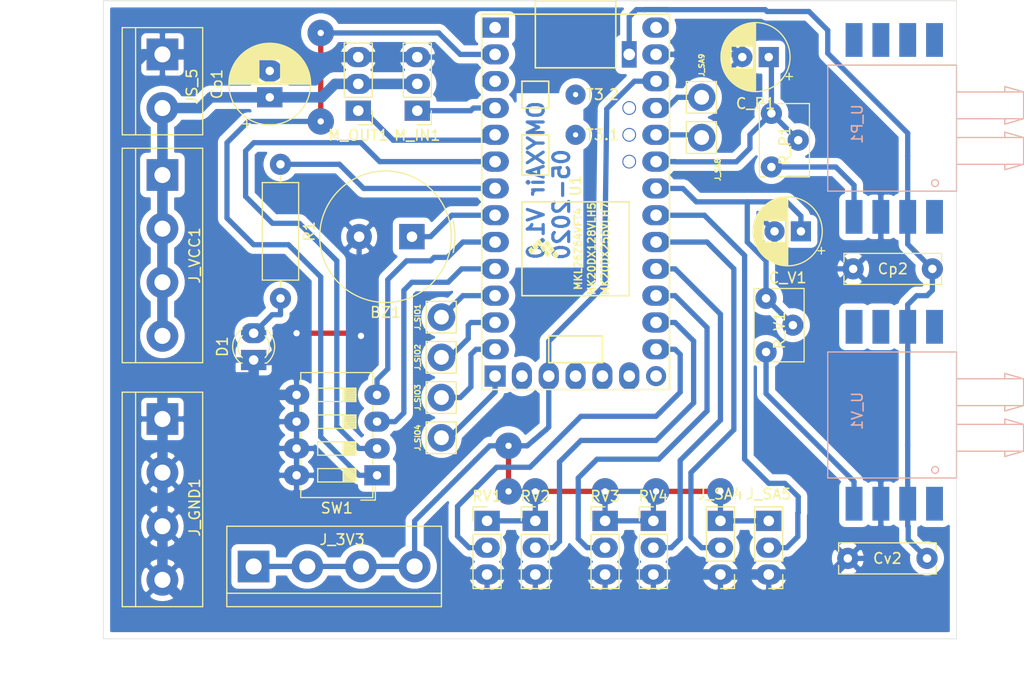
<source format=kicad_pcb>
(kicad_pcb (version 20171130) (host pcbnew 5.1.5)
  (layers (0 F.Cu signal) (31 B.Cu signal) (34 B.Paste user) (35 F.Paste user) (36 B.SilkS user) (37 F.SilkS user) (38 B.Mask user) (39 F.Mask user) (44 Edge.Cuts user))
  (net 0 "")
  (net 1 "Net-(BZ1-Pad1)")
  (net 2 GNDPWR)
  (net 3 /A7_Pression)
  (net 4 /A6_Venturi)
  (net 5 VCC)
  (net 6 +5V)
  (net 7 "Net-(D1-Pad2)")
  (net 8 +3V3)
  (net 9 /SA4)
  (net 10 /SA5)
  (net 11 /SA8)
  (net 12 /SA9)
  (net 13 /SIO1)
  (net 14 /SIO2)
  (net 15 /SIO3)
  (net 16 /SIO4)
  (net 17 /Servo_Valve_In)
  (net 18 /Servo_Valve_Out)
  (net 19 "Net-(R1-Pad1)")
  (net 20 "Net-(R_P1-Pad3)")
  (net 21 "Net-(R_V1-Pad3)")
  (net 22 /A0_Cy)
  (net 23 /A1_IE)
  (net 24 /A2_Pinsp)
  (net 25 /A3_PExp)
  (net 26 /Calib_8)
  (net 27 /Maint_7)
  (net 28 /IO1)
  (net 29 /IO6)
  (module TerminalBlock:TerminalBlock_bornier-4_P5.08mm (layer F.Cu) (at 87.884 108.204 270)
    (fp_text reference J_GND1 (at 8.382 -3.048 90) (layer F.SilkS))
    (fp_text value Conn_01x04 hide)
    (pad 4 thru_hole circle (at 15.24 0 270) (size 3 3) (drill 1.52) (layers *.Cu *.Mask) (net 2 GNDPWR))
    (pad 1 thru_hole rect (at 0 0 270) (size 3 3) (drill 1.52) (layers *.Cu *.Mask) (net 2 GNDPWR))
    (pad 3 thru_hole circle (at 10.16 0 270) (size 3 3) (drill 1.52) (layers *.Cu *.Mask) (net 2 GNDPWR))
    (pad 2 thru_hole circle (at 5.08 0 270) (size 3 3) (drill 1.52) (layers *.Cu *.Mask) (net 2 GNDPWR))
  )
  (module Connector_PinHeader_2.54mm:PinHeader_1x03_P2.54mm_Vertical (layer F.Cu) (at 118.618 117.856)
    (fp_text reference RV1 (at 0 -2.33) (layer F.SilkS))
    (fp_text value 10k)
    (pad 3 thru_hole oval (at 0 5.08) (size 2.4 1.9) (drill 1) (layers *.Cu *.Mask) (net 2 GNDPWR))
    (pad 2 thru_hole oval (at 0 2.54) (size 2.4 1.9) (drill 1) (layers *.Cu *.Mask) (net 22 /A0_Cy))
    (pad 1 thru_hole rect (at 0 0) (size 2.4 1.9) (drill 1) (layers *.Cu *.Mask) (net 8 +3V3))
  )
  (module Connector_PinHeader_2.54mm:PinHeader_1x03_P2.54mm_Vertical (layer F.Cu) (at 134.366 117.856)
    (fp_text reference RV4 (at 0 -2.33) (layer F.SilkS))
    (fp_text value 10k)
    (pad 1 thru_hole rect (at 0 0) (size 2.4 1.9) (drill 1) (layers *.Cu *.Mask) (net 8 +3V3))
    (pad 2 thru_hole oval (at 0 2.54) (size 2.4 1.9) (drill 1) (layers *.Cu *.Mask) (net 25 /A3_PExp))
    (pad 3 thru_hole oval (at 0 5.08) (size 2.4 1.9) (drill 1) (layers *.Cu *.Mask) (net 2 GNDPWR))
  )
  (module Connector_PinHeader_2.54mm:PinHeader_1x03_P2.54mm_Vertical (layer F.Cu) (at 140.716 122.936 180)
    (fp_text reference J_SA4 (at 0 7.62) (layer F.SilkS))
    (fp_text value Conn_01x03 hide)
    (pad 3 thru_hole rect (at 0 5.08 180) (size 2.4 1.9) (drill 1) (layers *.Cu *.Mask) (net 8 +3V3))
    (pad 2 thru_hole oval (at 0 2.54 180) (size 2.4 1.9) (drill 1) (layers *.Cu *.Mask) (net 9 /SA4))
    (pad 1 thru_hole oval (at 0 0 180) (size 2.4 1.9) (drill 1) (layers *.Cu *.Mask) (net 2 GNDPWR))
  )
  (module Connector_PinHeader_2.54mm:PinHeader_1x03_P2.54mm_Vertical (layer F.Cu) (at 129.794 117.856)
    (fp_text reference RV3 (at 0 -2.33) (layer F.SilkS))
    (fp_text value 10k)
    (pad 1 thru_hole rect (at 0 0) (size 2.4 1.9) (drill 1) (layers *.Cu *.Mask) (net 8 +3V3))
    (pad 2 thru_hole oval (at 0 2.54) (size 2.4 1.9) (drill 1) (layers *.Cu *.Mask) (net 24 /A2_Pinsp))
    (pad 3 thru_hole oval (at 0 5.08) (size 2.4 1.9) (drill 1) (layers *.Cu *.Mask) (net 2 GNDPWR))
  )
  (module Connector_PinHeader_2.54mm:PinHeader_1x03_P2.54mm_Vertical (layer F.Cu) (at 123.19 117.856)
    (fp_text reference RV2 (at 0 -2.33) (layer F.SilkS))
    (fp_text value 10k)
    (pad 3 thru_hole oval (at 0 5.08) (size 2.4 1.9) (drill 1) (layers *.Cu *.Mask) (net 2 GNDPWR))
    (pad 2 thru_hole oval (at 0 2.54) (size 2.4 1.9) (drill 1) (layers *.Cu *.Mask) (net 23 /A1_IE))
    (pad 1 thru_hole rect (at 0 0) (size 2.4 1.9) (drill 1) (layers *.Cu *.Mask) (net 8 +3V3))
  )
  (module Connector_PinHeader_2.54mm:PinHeader_1x03_P2.54mm_Vertical (layer F.Cu) (at 145.288 122.936 180)
    (fp_text reference J_SA5 (at 0 7.62) (layer F.SilkS))
    (fp_text value Conn_01x03 hide)
    (pad 1 thru_hole oval (at 0 0 180) (size 2.4 1.9) (drill 1) (layers *.Cu *.Mask) (net 2 GNDPWR))
    (pad 2 thru_hole oval (at 0 2.54 180) (size 2.4 1.9) (drill 1) (layers *.Cu *.Mask) (net 10 /SA5))
    (pad 3 thru_hole rect (at 0 5.08 180) (size 2.4 1.9) (drill 1) (layers *.Cu *.Mask) (net 8 +3V3))
  )
  (module Capacitor_THT:CP_Radial_D6.3mm_P2.50mm (layer F.Cu) (at 148.336 90.424 180)
    (fp_text reference C_V1 (at 1.25 -4.4) (layer F.SilkS))
    (fp_text value 10uF)
    (pad 1 thru_hole rect (at 0 0 180) (size 1.9 1.9) (drill 0.8) (layers *.Cu *.Mask) (net 4 /A6_Venturi))
    (pad 2 thru_hole circle (at 2.5 0 180) (size 1.9 1.9) (drill 0.8) (layers *.Cu *.Mask) (net 2 GNDPWR))
  )
  (module XG_PCB_Lib:MPXV_SOP (layer B.Cu) (at 163.576 83.82 90)
    (fp_text reference U_P1 (at 3.556 -9.906 270) (layer B.SilkS) (effects (justify mirror)))
    (fp_text value MPXV50xxDP)
    (pad 8 smd rect (at 11.5276 -2.5908 90) (size 3.2 1.6) (layers B.Cu B.Paste B.Mask))
    (pad 2 smd rect (at -5.2324 -5.1308 90) (size 3.2 1.6) (layers B.Cu B.Paste B.Mask) (net 6 +5V))
    (pad 7 smd rect (at 11.5276 -5.1308 90) (size 3.2 1.6) (layers B.Cu B.Paste B.Mask))
    (pad 3 smd rect (at -5.2324 -7.6708 90) (size 3.2 1.6) (layers B.Cu B.Paste B.Mask) (net 2 GNDPWR))
    (pad 6 smd rect (at 11.5276 -7.6708 90) (size 3.2 1.6) (layers B.Cu B.Paste B.Mask))
    (pad 4 smd rect (at -5.2324 -10.2108 90) (size 3.2 1.6) (layers B.Cu B.Paste B.Mask) (net 20 "Net-(R_P1-Pad3)"))
    (pad 5 smd rect (at 11.5276 -10.2108 90) (size 3.2 1.6) (layers B.Cu B.Paste B.Mask))
    (pad 1 smd rect (at -5.2324 -2.5908 90) (size 3.2 1.6) (layers B.Cu B.Paste B.Mask))
  )
  (module Capacitor_THT:CP_Radial_D6.3mm_P2.50mm (layer F.Cu) (at 145.288 73.914 180)
    (fp_text reference C_P1 (at 1.25 -4.4) (layer F.SilkS))
    (fp_text value 100uF)
    (pad 2 thru_hole circle (at 2.5 0 180) (size 1.9 1.9) (drill 0.8) (layers *.Cu *.Mask) (net 2 GNDPWR))
    (pad 1 thru_hole rect (at 0 0 180) (size 1.9 1.9) (drill 0.8) (layers *.Cu *.Mask) (net 3 /A7_Pression))
  )
  (module Capacitor_THT:C_Rect_L9.0mm_W2.7mm_P7.50mm_MKT (layer F.Cu) (at 160.274 121.412 180)
    (fp_text reference Cv2 (at 3.75 0) (layer F.SilkS))
    (fp_text value 10nF)
    (pad 1 thru_hole circle (at 0 0 180) (size 2 2) (drill 0.8) (layers *.Cu *.Mask) (net 6 +5V))
    (pad 2 thru_hole circle (at 7.5 0 180) (size 2 2) (drill 0.8) (layers *.Cu *.Mask) (net 2 GNDPWR))
  )
  (module TerminalBlock:TerminalBlock_bornier-2_P5.08mm (layer F.Cu) (at 87.884 73.66 270)
    (fp_text reference JS_5 (at 3.048 -2.794 90) (layer F.SilkS))
    (fp_text value Conn_01x02 hide)
    (pad 2 thru_hole circle (at 5.08 0 270) (size 3 3) (drill 1.52) (layers *.Cu *.Mask) (net 5 VCC))
    (pad 1 thru_hole rect (at 0 0 270) (size 3 3) (drill 1.52) (layers *.Cu *.Mask) (net 2 GNDPWR))
  )
  (module Buzzer_Beeper:Buzzer_TDK_PS1240P02BT_D12.2mm_H6.5mm (layer F.Cu) (at 111.506 90.932 180)
    (fp_text reference BZ1 (at 2.5 -7.17) (layer F.SilkS))
    (fp_text value Buzzer)
    (pad 1 thru_hole rect (at 0 0 180) (size 2.4 2.4) (drill 1) (layers *.Cu *.Mask) (net 1 "Net-(BZ1-Pad1)"))
    (pad 2 thru_hole circle (at 5 0 180) (size 2.4 2.4) (drill 1) (layers *.Cu *.Mask) (net 2 GNDPWR))
  )
  (module LED_THT:LED_D3.0mm (layer F.Cu) (at 96.52 102.616 90)
    (fp_text reference D1 (at 1.27 -2.96 90) (layer F.SilkS))
    (fp_text value LED)
    (pad 1 thru_hole rect (at 0 0 90) (size 1.9 2.4) (drill 0.9) (layers *.Cu *.Mask) (net 2 GNDPWR))
    (pad 2 thru_hole oval (at 2.54 0 90) (size 1.9 2.4) (drill 0.9) (layers *.Cu *.Mask) (net 7 "Net-(D1-Pad2)"))
  )
  (module Potentiometer_THT:Potentiometer_Bourns_3266W_Vertical (layer F.Cu) (at 145.542 79.248 90)
    (fp_text reference R_P1 (at -3.048 1.27 90) (layer F.SilkS))
    (fp_text value 1k)
    (pad 3 thru_hole circle (at -5.08 0 90) (size 2 2) (drill 0.8) (layers *.Cu *.Mask) (net 20 "Net-(R_P1-Pad3)"))
    (pad 2 thru_hole circle (at -2.54 2.54 90) (size 2 2) (drill 0.8) (layers *.Cu *.Mask) (net 3 /A7_Pression))
    (pad 1 thru_hole circle (at 0 0 90) (size 2 2) (drill 0.8) (layers *.Cu *.Mask) (net 3 /A7_Pression))
  )
  (module Teensy:Teensy30_31_32_LC (layer F.Cu) (at 127 87.63 270)
    (fp_text reference U1 (at -1.524 0 90) (layer F.SilkS))
    (fp_text value Teensy3.2)
    (fp_text user T3.2 (at -10.16 -2.54) (layer F.SilkS))
    (fp_text user T3.1 (at -6.35 -2.54) (layer F.SilkS))
    (fp_text user MK20DX256VLH7 (at 4.445 -2.794 90) (layer F.SilkS) (effects (font (size 0.7 0.7))))
    (fp_text user MKL26Z64VFT4 (at 4.445 -0.254 90) (layer F.SilkS) (effects (font (size 0.7 0.7))))
    (fp_text user MK20DX128VLH5 (at 4.445 -1.524 90) (layer F.SilkS) (effects (font (size 0.7 0.7))))
    (pad 17 thru_hole oval (at 16.51 0 270) (size 2.6 1.9) (drill 1.1) (layers *.Cu *.Mask))
    (pad 18 thru_hole oval (at 16.51 -2.54 270) (size 2.6 1.9) (drill 1.1) (layers *.Cu *.Mask))
    (pad 19 thru_hole oval (at 16.51 -5.08 270) (size 2.6 1.9) (drill 1.1) (layers *.Cu *.Mask))
    (pad 20 thru_hole circle (at 16.51 -7.62 270) (size 1.9 1.9) (drill 1.1) (layers *.Cu *.Mask))
    (pad 16 thru_hole oval (at 16.51 2.54 270) (size 2.6 1.9) (drill 1.1) (layers *.Cu *.Mask) (net 8 +3V3))
    (pad 15 thru_hole oval (at 16.51 5.08 270) (size 2.6 1.9) (drill 1.1) (layers *.Cu *.Mask))
    (pad 14 thru_hole rect (at 16.51 7.62 270) (size 2 2) (drill 1.1) (layers *.Cu *.Mask) (net 16 /SIO4))
    (pad 21 thru_hole oval (at 13.97 -7.62 270) (size 1.9 2.6) (drill 1.1) (layers *.Cu *.Mask) (net 22 /A0_Cy))
    (pad 22 thru_hole oval (at 11.43 -7.62 270) (size 1.9 2.6) (drill 1.1) (layers *.Cu *.Mask) (net 23 /A1_IE))
    (pad 23 thru_hole oval (at 8.89 -7.62 270) (size 1.9 2.6) (drill 1.1) (layers *.Cu *.Mask) (net 24 /A2_Pinsp))
    (pad 24 thru_hole oval (at 6.35 -7.62 270) (size 1.9 2.6) (drill 1.1) (layers *.Cu *.Mask) (net 25 /A3_PExp))
    (pad 25 thru_hole oval (at 3.81 -7.62 270) (size 1.9 2.6) (drill 1.1) (layers *.Cu *.Mask) (net 9 /SA4))
    (pad 26 thru_hole oval (at 1.27 -7.62 270) (size 1.9 2.6) (drill 1.1) (layers *.Cu *.Mask) (net 10 /SA5))
    (pad 27 thru_hole oval (at -1.27 -7.62 270) (size 1.9 2.6) (drill 1.1) (layers *.Cu *.Mask) (net 4 /A6_Venturi))
    (pad 28 thru_hole oval (at -3.81 -7.62 270) (size 1.9 2.6) (drill 1.1) (layers *.Cu *.Mask) (net 3 /A7_Pression))
    (pad 29 thru_hole oval (at -6.35 -7.62 270) (size 1.9 2.6) (drill 1.1) (layers *.Cu *.Mask) (net 11 /SA8))
    (pad 30 thru_hole oval (at -8.89 -7.62 270) (size 1.9 2.6) (drill 1.1) (layers *.Cu *.Mask) (net 12 /SA9))
    (pad 31 thru_hole oval (at -11.43 -7.62 270) (size 1.9 2.6) (drill 1.1) (layers *.Cu *.Mask) (net 8 +3V3))
    (pad 32 thru_hole oval (at -13.97 -7.62 270) (size 1.9 2.6) (drill 1.1) (layers *.Cu *.Mask) (net 2 GNDPWR))
    (pad 33 thru_hole oval (at -16.51 -7.62 270) (size 1.9 2.6) (drill 1.1) (layers *.Cu *.Mask))
    (pad 34 thru_hole rect (at -13.97 -5.08 270) (size 2.5 1.4) (drill 1.1) (layers *.Cu *.Mask) (net 6 +5V))
    (pad 35 thru_hole circle (at -8.89 -5.08 270) (size 1.3 1.3) (drill 1.1) (layers *.Cu *.Mask))
    (pad 36 thru_hole circle (at -6.35 -5.08 270) (size 1.3 1.3) (drill 1.1) (layers *.Cu *.Mask))
    (pad 37 thru_hole circle (at -3.81 -5.08 270) (size 1.3 1.3) (drill 1.1) (layers *.Cu *.Mask))
    (pad 13 thru_hole oval (at 13.97 7.62 270) (size 1.9 2.6) (drill 1.1) (layers *.Cu *.Mask) (net 15 /SIO3))
    (pad 12 thru_hole oval (at 11.43 7.62 270) (size 1.9 2.6) (drill 1.1) (layers *.Cu *.Mask) (net 14 /SIO2))
    (pad 11 thru_hole oval (at 8.89 7.62 270) (size 1.9 2.6) (drill 1.1) (layers *.Cu *.Mask) (net 13 /SIO1))
    (pad 10 thru_hole oval (at 6.35 7.62 270) (size 1.9 2.6) (drill 1.1) (layers *.Cu *.Mask) (net 26 /Calib_8))
    (pad 9 thru_hole oval (at 3.81 7.62 270) (size 1.9 2.6) (drill 1.1) (layers *.Cu *.Mask) (net 27 /Maint_7))
    (pad 8 thru_hole oval (at 1.27 7.62 270) (size 1.9 2.6) (drill 1.1) (layers *.Cu *.Mask) (net 1 "Net-(BZ1-Pad1)"))
    (pad 7 thru_hole oval (at -1.27 7.62 270) (size 1.9 2.6) (drill 1.1) (layers *.Cu *.Mask) (net 19 "Net-(R1-Pad1)"))
    (pad 6 thru_hole oval (at -3.81 7.62 270) (size 1.9 2.6) (drill 1.1) (layers *.Cu *.Mask) (net 29 /IO6))
    (pad 5 thru_hole oval (at -6.35 7.62 270) (size 1.9 2.6) (drill 1.1) (layers *.Cu *.Mask) (net 18 /Servo_Valve_Out))
    (pad 4 thru_hole oval (at -8.89 7.62 270) (size 1.9 2.6) (drill 1.1) (layers *.Cu *.Mask) (net 17 /Servo_Valve_In))
    (pad 3 thru_hole oval (at -11.43 7.62 270) (size 1.9 2.6) (drill 1.1) (layers *.Cu *.Mask))
    (pad 2 thru_hole oval (at -13.97 7.62 270) (size 1.9 2.6) (drill 1.1) (layers *.Cu *.Mask) (net 28 /IO1))
    (pad 1 thru_hole rect (at -16.51 7.62 270) (size 1.9 2.6) (drill 1.1) (layers *.Cu *.Mask))
    (pad 52 thru_hole circle (at -6.35 0 270) (size 1.9 1.9) (drill 0.5) (layers *.Cu *.Mask))
    (pad 52 thru_hole circle (at -10.16 0 270) (size 1.9 1.9) (drill 0.5) (layers *.Cu *.Mask))
  )
  (module XG_PCB_Lib:MPXV_SOP (layer B.Cu) (at 163.576 110.998 90)
    (fp_text reference U_V1 (at 3.556 -9.906 90) (layer B.SilkS) (effects (justify mirror)))
    (fp_text value MPXV50xxDP)
    (pad 1 smd rect (at -5.2324 -2.5908 90) (size 3.2 1.6) (layers B.Cu B.Paste B.Mask))
    (pad 5 smd rect (at 11.5276 -10.2108 90) (size 3.2 1.6) (layers B.Cu B.Paste B.Mask))
    (pad 4 smd rect (at -5.2324 -10.2108 90) (size 3.2 1.6) (layers B.Cu B.Paste B.Mask) (net 21 "Net-(R_V1-Pad3)"))
    (pad 6 smd rect (at 11.5276 -7.6708 90) (size 3.2 1.6) (layers B.Cu B.Paste B.Mask))
    (pad 3 smd rect (at -5.2324 -7.6708 90) (size 3.2 1.6) (layers B.Cu B.Paste B.Mask) (net 2 GNDPWR))
    (pad 7 smd rect (at 11.5276 -5.1308 90) (size 3.2 1.6) (layers B.Cu B.Paste B.Mask) (net 6 +5V))
    (pad 2 smd rect (at -5.2324 -5.1308 90) (size 3.2 1.6) (layers B.Cu B.Paste B.Mask) (net 6 +5V))
    (pad 8 smd rect (at 11.5276 -2.5908 90) (size 3.2 1.6) (layers B.Cu B.Paste B.Mask))
  )
  (module Capacitor_THT:CP_Radial_D7.5mm_P2.50mm (layer F.Cu) (at 98.044 77.724 90)
    (fp_text reference Co1 (at 1.25 -5 90) (layer F.SilkS))
    (fp_text value 470uF)
    (pad 1 thru_hole rect (at 0 0 90) (size 1.9 2.4) (drill 0.8) (layers *.Cu *.Mask) (net 5 VCC))
    (pad 2 thru_hole oval (at 2.5 0 90) (size 2 2.4) (drill 0.8) (layers *.Cu *.Mask) (net 2 GNDPWR))
  )
  (module TerminalBlock:TerminalBlock_bornier-4_P5.08mm (layer F.Cu) (at 96.52 122.174)
    (fp_text reference J_3V3 (at 8.382 -2.54) (layer F.SilkS))
    (fp_text value Conn_01x04 hide)
    (pad 4 thru_hole circle (at 15.24 0) (size 3 3) (drill 1.52) (layers *.Cu *.Mask) (net 8 +3V3))
    (pad 1 thru_hole rect (at 0 0) (size 3 3) (drill 1.52) (layers *.Cu *.Mask) (net 8 +3V3))
    (pad 3 thru_hole circle (at 10.16 0) (size 3 3) (drill 1.52) (layers *.Cu *.Mask) (net 8 +3V3))
    (pad 2 thru_hole circle (at 5.08 0) (size 3 3) (drill 1.52) (layers *.Cu *.Mask) (net 8 +3V3))
  )
  (module Button_Switch_THT:SW_DIP_SPSTx04_Slide_6.7x11.72mm_W7.62mm_P2.54mm_LowProfile (layer F.Cu) (at 108.204 113.538 180)
    (fp_text reference SW1 (at 3.81 -3.11) (layer F.SilkS))
    (fp_text value SW_DIP_x04)
    (pad 1 thru_hole rect (at 0 0 180) (size 2.4 1.9) (drill 0.8) (layers *.Cu *.Mask) (net 28 /IO1))
    (pad 5 thru_hole oval (at 7.62 7.62 180) (size 2.4 1.9) (drill 0.8) (layers *.Cu *.Mask) (net 2 GNDPWR))
    (pad 2 thru_hole oval (at 0 2.54 180) (size 2.4 1.9) (drill 0.8) (layers *.Cu *.Mask) (net 29 /IO6))
    (pad 6 thru_hole oval (at 7.62 5.08 180) (size 2.4 1.9) (drill 0.8) (layers *.Cu *.Mask) (net 2 GNDPWR))
    (pad 3 thru_hole oval (at 0 5.08 180) (size 2.4 1.9) (drill 0.8) (layers *.Cu *.Mask) (net 26 /Calib_8))
    (pad 7 thru_hole oval (at 7.62 2.54 180) (size 2.4 1.9) (drill 0.8) (layers *.Cu *.Mask) (net 2 GNDPWR))
    (pad 4 thru_hole oval (at 0 7.62 180) (size 2.4 1.9) (drill 0.8) (layers *.Cu *.Mask) (net 27 /Maint_7))
    (pad 8 thru_hole oval (at 7.62 0 180) (size 2.4 1.9) (drill 0.8) (layers *.Cu *.Mask) (net 2 GNDPWR))
  )
  (module Resistor_THT:R_Axial_DIN0309_L9.0mm_D3.2mm_P12.70mm_Horizontal (layer F.Cu) (at 99.06 84.074 270)
    (fp_text reference R1 (at 6.35 -2.72 90) (layer F.SilkS))
    (fp_text value 330)
    (pad 1 thru_hole circle (at 0 0 270) (size 2 2) (drill 0.8) (layers *.Cu *.Mask) (net 19 "Net-(R1-Pad1)"))
    (pad 2 thru_hole circle (at 12.7 0 270) (size 2 2) (drill 0.8) (layers *.Cu *.Mask) (net 7 "Net-(D1-Pad2)"))
  )
  (module Capacitor_THT:C_Rect_L9.0mm_W2.7mm_P7.50mm_MKT (layer F.Cu) (at 160.782 93.98 180)
    (fp_text reference Cp2 (at 3.75 0) (layer F.SilkS))
    (fp_text value 10nF)
    (pad 2 thru_hole circle (at 7.5 0 180) (size 2 2) (drill 0.8) (layers *.Cu *.Mask) (net 2 GNDPWR))
    (pad 1 thru_hole circle (at 0 0 180) (size 2 2) (drill 0.8) (layers *.Cu *.Mask) (net 6 +5V))
  )
  (module TerminalBlock:TerminalBlock_bornier-4_P5.08mm (layer F.Cu) (at 87.884 85.09 270)
    (fp_text reference J_VCC1 (at 7.62 -3.048 90) (layer F.SilkS))
    (fp_text value Conn_01x04 hide)
    (pad 2 thru_hole circle (at 5.08 0 270) (size 3 3) (drill 1.52) (layers *.Cu *.Mask) (net 5 VCC))
    (pad 3 thru_hole circle (at 10.16 0 270) (size 3 3) (drill 1.52) (layers *.Cu *.Mask) (net 5 VCC))
    (pad 1 thru_hole rect (at 0 0 270) (size 3 3) (drill 1.52) (layers *.Cu *.Mask) (net 5 VCC))
    (pad 4 thru_hole circle (at 15.24 0 270) (size 3 3) (drill 1.52) (layers *.Cu *.Mask) (net 5 VCC))
  )
  (module Potentiometer_THT:Potentiometer_Bourns_3266W_Vertical (layer F.Cu) (at 145.034 96.774 90)
    (fp_text reference R_V1 (at -3.048 1.27 90) (layer F.SilkS))
    (fp_text value 1,7k)
    (pad 1 thru_hole circle (at 0 0 90) (size 2 2) (drill 0.8) (layers *.Cu *.Mask) (net 4 /A6_Venturi))
    (pad 2 thru_hole circle (at -2.54 2.54 90) (size 2 2) (drill 0.8) (layers *.Cu *.Mask) (net 4 /A6_Venturi))
    (pad 3 thru_hole circle (at -5.08 0 90) (size 2 2) (drill 0.8) (layers *.Cu *.Mask) (net 21 "Net-(R_V1-Pad3)"))
  )
  (module Connector_PinHeader_2.54mm:PinHeader_1x03_P2.54mm_Vertical (layer F.Cu) (at 106.426 78.994 180)
    (fp_text reference M_OUT1 (at 0 -2.33) (layer F.SilkS))
    (fp_text value Motor_Servo_Futaba_J hide)
    (pad 1 thru_hole rect (at 0 0 180) (size 2.4 1.9) (drill 1) (layers *.Cu *.Mask) (net 18 /Servo_Valve_Out))
    (pad 2 thru_hole oval (at 0 2.54 180) (size 2.4 1.9) (drill 1) (layers *.Cu *.Mask) (net 5 VCC))
    (pad 3 thru_hole oval (at 0 5.08 180) (size 2.4 1.9) (drill 1) (layers *.Cu *.Mask) (net 2 GNDPWR))
  )
  (module Connector_PinHeader_2.54mm:PinHeader_1x03_P2.54mm_Vertical (layer F.Cu) (at 112.014 78.994 180)
    (fp_text reference M_IN1 (at 0 -2.33) (layer F.SilkS))
    (fp_text value Motor_Servo_Futaba_J hide)
    (pad 3 thru_hole oval (at 0 5.08 180) (size 2.4 1.9) (drill 1) (layers *.Cu *.Mask) (net 2 GNDPWR))
    (pad 2 thru_hole oval (at 0 2.54 180) (size 2.4 1.9) (drill 1) (layers *.Cu *.Mask) (net 5 VCC))
    (pad 1 thru_hole rect (at 0 0 180) (size 2.4 1.9) (drill 1) (layers *.Cu *.Mask) (net 17 /Servo_Valve_In))
  )
  (module Connector_Pin:Pin_D1.4mm_L8.5mm_W2.8mm_FlatFork (layer F.Cu) (at 138.938 81.534 270)
    (fp_text reference J_SA8 (at 3.048 -1.524 90) (layer F.SilkS) (effects (font (size 0.5 0.5) (thickness 0.125))))
    (fp_text value Conn_01x01 hide)
    (pad 1 thru_hole circle (at 0 0 270) (size 2.6 2.6) (drill 1.4) (layers *.Cu *.Mask) (net 11 /SA8))
  )
  (module Connector_Pin:Pin_D1.4mm_L8.5mm_W2.8mm_FlatFork (layer F.Cu) (at 138.938 77.724 270)
    (fp_text reference J_SA9 (at -3.048 0 90) (layer F.SilkS) (effects (font (size 0.5 0.5) (thickness 0.125))))
    (fp_text value Conn_01x01 hide)
    (pad 1 thru_hole circle (at 0 0 270) (size 2.6 2.6) (drill 1.4) (layers *.Cu *.Mask) (net 12 /SA9))
  )
  (module Connector_Pin:Pin_D1.4mm_L8.5mm_W2.8mm_FlatFork (layer F.Cu) (at 114.3 98.552 270)
    (fp_text reference J_SIO1 (at 0 2.25 90) (layer F.SilkS) (effects (font (size 0.5 0.5) (thickness 0.125))))
    (fp_text value Conn_01x01 hide)
    (pad 1 thru_hole circle (at 0 0 270) (size 2.6 2.6) (drill 1.4) (layers *.Cu *.Mask) (net 13 /SIO1))
  )
  (module Connector_Pin:Pin_D1.4mm_L8.5mm_W2.8mm_FlatFork (layer F.Cu) (at 114.3 102.362 270)
    (fp_text reference J_SIO2 (at 0 2.25 90) (layer F.SilkS) (effects (font (size 0.5 0.5) (thickness 0.125))))
    (fp_text value Conn_01x01 hide)
    (pad 1 thru_hole circle (at 0 0 270) (size 2.6 2.6) (drill 1.4) (layers *.Cu *.Mask) (net 14 /SIO2))
  )
  (module Connector_Pin:Pin_D1.4mm_L8.5mm_W2.8mm_FlatFork (layer F.Cu) (at 114.3 106.172 270)
    (fp_text reference J_SIO3 (at 0 2.25 90) (layer F.SilkS) (effects (font (size 0.5 0.5) (thickness 0.125))))
    (fp_text value Conn_01x01 hide)
    (pad 1 thru_hole circle (at 0 0 270) (size 2.6 2.6) (drill 1.4) (layers *.Cu *.Mask) (net 15 /SIO3))
  )
  (module Connector_Pin:Pin_D1.4mm_L8.5mm_W2.8mm_FlatFork (layer F.Cu) (at 114.3 109.982 270)
    (fp_text reference J_SIO4 (at 0 2.25 90) (layer F.SilkS) (effects (font (size 0.5 0.5) (thickness 0.125))))
    (fp_text value Conn_01x01 hide)
    (pad 1 thru_hole circle (at 0 0 270) (size 2.6 2.6) (drill 1.4) (layers *.Cu *.Mask) (net 16 /SIO4))
  )
  (gr_line (start 82.296 129.032) (end 82.296 68.58) (layer Edge.Cuts) (width 0.05))
  (gr_line (start 163.068 68.58) (end 163.068 129.032) (layer Edge.Cuts) (width 0.05))
  (gr_text "OMYXAir V1.0\n    05-2020" (at 124.46 85.598 90) (layer B.Cu) (effects (font (size 1.5 1.5) (thickness 0.3)) (justify mirror)))
  (gr_line (start 82.296 68.58) (end 83.82 68.58) (layer Edge.Cuts) (width 0.05))
  (gr_line (start 163.068 129.032) (end 82.296 129.032) (layer Edge.Cuts) (width 0.05))
  (gr_line (start 83.82 68.58) (end 163.068 68.58) (layer Edge.Cuts) (width 0.05))
  (segment (start 111.506 90.932) (end 113.2563 90.932) (width 0.5) (layer B.Cu) (net 1))
  (segment (start 119.38 88.9) (end 115.2883 88.9) (width 0.5) (layer B.Cu) (net 1))
  (segment (start 115.2883 88.9) (end 113.2563 90.932) (width 0.5) (layer B.Cu) (net 1))
  (segment (start 155.9052 91.4027) (end 155.8677 91.4027) (width 0.5) (layer B.Cu) (net 2))
  (segment (start 155.8677 91.4027) (end 153.2904 93.98) (width 0.5) (layer B.Cu) (net 2))
  (segment (start 153.282 93.98) (end 153.2904 93.98) (width 0.5) (layer B.Cu) (net 2))
  (segment (start 96.52 104.1102) (end 96.52 104.2663) (width 0.5) (layer B.Cu) (net 2))
  (segment (start 96.52 102.616) (end 96.52 104.1102) (width 0.5) (layer B.Cu) (net 2))
  (segment (start 100.584 110.998) (end 100.584 113.538) (width 0.5) (layer B.Cu) (net 2))
  (segment (start 96.52 104.2663) (end 98.1717 105.918) (width 0.5) (layer B.Cu) (net 2))
  (segment (start 98.1717 105.918) (end 100.584 105.918) (width 0.5) (layer B.Cu) (net 2))
  (segment (start 100.584 108.458) (end 100.584 105.918) (width 0.5) (layer B.Cu) (net 2))
  (segment (start 100.584 110.998) (end 100.584 108.458) (width 0.5) (layer B.Cu) (net 2))
  (segment (start 155.9052 89.0524) (end 155.9052 91.4027) (width 0.5) (layer B.Cu) (net 2))
  (segment (start 142.534 73.66) (end 142.788 73.914) (width 0.5) (layer B.Cu) (net 2))
  (segment (start 134.62 73.66) (end 142.534 73.66) (width 0.5) (layer B.Cu) (net 2))
  (segment (start 151.867787 93.98) (end 153.282 93.98) (width 0.5) (layer B.Cu) (net 2))
  (segment (start 148.048498 93.98) (end 151.867787 93.98) (width 0.5) (layer B.Cu) (net 2))
  (segment (start 145.836 91.767502) (end 148.048498 93.98) (width 0.5) (layer B.Cu) (net 2))
  (segment (start 145.836 90.424) (end 145.836 91.767502) (width 0.5) (layer B.Cu) (net 2))
  (segment (start 152.774 121.412) (end 154.432 121.412) (width 0.5) (layer B.Cu) (net 2))
  (segment (start 155.9052 119.9388) (end 155.9052 116.2304) (width 0.5) (layer B.Cu) (net 2))
  (segment (start 154.432 121.412) (end 155.9052 119.9388) (width 0.5) (layer B.Cu) (net 2))
  (segment (start 155.9052 89.0524) (end 155.9052 82.7532) (width 0.5) (layer B.Cu) (net 2))
  (segment (start 149.86 76.708) (end 149.86 74.93) (width 0.5) (layer B.Cu) (net 2))
  (segment (start 155.9052 82.7532) (end 149.86 76.708) (width 0.5) (layer B.Cu) (net 2))
  (segment (start 149.86 74.93) (end 146.304 71.374) (width 0.5) (layer B.Cu) (net 2))
  (segment (start 146.304 71.374) (end 143.51 71.374) (width 0.5) (layer B.Cu) (net 2))
  (segment (start 142.788 72.096) (end 142.788 73.914) (width 0.5) (layer B.Cu) (net 2))
  (segment (start 143.51 71.374) (end 142.788 72.096) (width 0.5) (layer B.Cu) (net 2))
  (segment (start 151.384 95.878) (end 153.282 93.98) (width 0.5) (layer B.Cu) (net 2))
  (segment (start 155.9052 116.2304) (end 155.9052 114.1304) (width 0.5) (layer B.Cu) (net 2))
  (segment (start 151.384 109.6092) (end 151.384 95.878) (width 0.5) (layer B.Cu) (net 2))
  (segment (start 155.9052 114.1304) (end 151.384 109.6092) (width 0.5) (layer B.Cu) (net 2))
  (via (at 100.584 100.076) (size 2.5) (drill 0.6) (layers F.Cu B.Cu) (net 2))
  (segment (start 85.884 73.66) (end 87.884 73.66) (width 0.5) (layer B.Cu) (net 2))
  (segment (start 85.6337 104.1102) (end 85.09 103.5665) (width 0.5) (layer B.Cu) (net 2))
  (segment (start 85.09 74.454) (end 85.884 73.66) (width 0.5) (layer B.Cu) (net 2))
  (segment (start 118.618 122.936) (end 123.444 122.936) (width 0.5) (layer B.Cu) (net 2))
  (segment (start 140.716 122.936) (end 145.288 122.936) (width 0.5) (layer B.Cu) (net 2))
  (segment (start 129.794 122.936) (end 134.366 122.936) (width 0.5) (layer B.Cu) (net 2))
  (segment (start 151.25 122.936) (end 152.774 121.412) (width 1) (layer B.Cu) (net 2))
  (segment (start 118.618 122.936) (end 151.25 122.936) (width 1) (layer B.Cu) (net 2))
  (segment (start 116.418 122.936) (end 113.116 126.238) (width 1) (layer B.Cu) (net 2))
  (segment (start 118.618 122.936) (end 116.418 122.936) (width 1) (layer B.Cu) (net 2))
  (segment (start 90.678 126.238) (end 87.884 123.444) (width 1) (layer B.Cu) (net 2))
  (segment (start 113.116 126.238) (end 90.678 126.238) (width 1) (layer B.Cu) (net 2))
  (segment (start 87.884 123.444) (end 87.884 108.204) (width 1) (layer B.Cu) (net 2))
  (segment (start 87.884 104.394) (end 88.1678 104.1102) (width 1) (layer B.Cu) (net 2))
  (segment (start 87.884 108.204) (end 87.884 104.394) (width 1) (layer B.Cu) (net 2))
  (segment (start 96.52 104.1102) (end 88.1678 104.1102) (width 0.5) (layer B.Cu) (net 2))
  (segment (start 88.1678 104.1102) (end 85.6337 104.1102) (width 0.5) (layer B.Cu) (net 2))
  (segment (start 100.584 105.918) (end 97.79 105.918) (width 1) (layer B.Cu) (net 2))
  (segment (start 96.52 104.648) (end 96.52 102.616) (width 1) (layer B.Cu) (net 2))
  (segment (start 97.79 105.918) (end 96.52 104.648) (width 1) (layer B.Cu) (net 2))
  (segment (start 98.044 102.616) (end 96.52 102.616) (width 1) (layer B.Cu) (net 2))
  (segment (start 100.584 100.076) (end 98.044 102.616) (width 1) (layer B.Cu) (net 2))
  (segment (start 85.7898 104.2663) (end 85.09 103.5665) (width 1) (layer B.Cu) (net 2))
  (segment (start 96.52 104.2663) (end 85.7898 104.2663) (width 1) (layer B.Cu) (net 2))
  (segment (start 85.09 76.708) (end 85.09 74.454) (width 1) (layer B.Cu) (net 2))
  (segment (start 85.09 74.716) (end 85.09 76.708) (width 1) (layer B.Cu) (net 2))
  (segment (start 87.884 73.66) (end 86.146 73.66) (width 1) (layer B.Cu) (net 2))
  (segment (start 86.146 73.66) (end 85.09 74.716) (width 1) (layer B.Cu) (net 2))
  (segment (start 85.09 77.978) (end 85.09 73.954) (width 1) (layer B.Cu) (net 2))
  (segment (start 85.09 73.954) (end 85.384 73.66) (width 1) (layer B.Cu) (net 2))
  (segment (start 85.09 77.978) (end 85.09 76.708) (width 1) (layer B.Cu) (net 2))
  (segment (start 85.384 73.66) (end 87.884 73.66) (width 1) (layer B.Cu) (net 2))
  (segment (start 85.09 103.5665) (end 85.09 77.978) (width 1) (layer B.Cu) (net 2))
  (segment (start 96.48 73.66) (end 98.044 75.224) (width 1) (layer B.Cu) (net 2))
  (segment (start 87.884 73.66) (end 96.48 73.66) (width 1) (layer B.Cu) (net 2))
  (segment (start 106.426 73.914) (end 112.014 73.914) (width 1) (layer B.Cu) (net 2))
  (via (at 106.679998 100.33) (size 2.5) (drill 0.6) (layers F.Cu B.Cu) (net 2))
  (segment (start 106.425998 100.076) (end 106.679998 100.33) (width 0.5) (layer F.Cu) (net 2))
  (segment (start 106.506 90.932) (end 106.506 100.156002) (width 0.5) (layer B.Cu) (net 2))
  (segment (start 106.506 100.156002) (end 106.679998 100.33) (width 0.5) (layer B.Cu) (net 2))
  (segment (start 100.584 100.076) (end 106.425998 100.076) (width 0.5) (layer F.Cu) (net 2))
  (segment (start 98.044 75.224) (end 103.222854 75.224) (width 1) (layer B.Cu) (net 2))
  (segment (start 104.532854 73.914) (end 106.426 73.914) (width 1) (layer B.Cu) (net 2))
  (segment (start 103.222854 75.224) (end 104.532854 73.914) (width 1) (layer B.Cu) (net 2))
  (segment (start 145.542 74.168) (end 145.288 73.914) (width 0.5) (layer B.Cu) (net 3))
  (segment (start 145.542 79.248) (end 145.542 74.168) (width 0.5) (layer B.Cu) (net 3))
  (segment (start 148.082 81.788) (end 145.542 79.248) (width 0.5) (layer B.Cu) (net 3))
  (segment (start 136.438001 83.838001) (end 142.221999 83.838001) (width 0.5) (layer B.Cu) (net 3))
  (segment (start 134.62 83.82) (end 136.42 83.82) (width 0.5) (layer B.Cu) (net 3))
  (segment (start 136.42 83.82) (end 136.438001 83.838001) (width 0.5) (layer B.Cu) (net 3))
  (segment (start 142.221999 83.838001) (end 143.51 82.55) (width 0.5) (layer B.Cu) (net 3))
  (segment (start 143.51 81.28) (end 145.542 79.248) (width 0.5) (layer B.Cu) (net 3))
  (segment (start 143.51 82.55) (end 143.51 81.28) (width 0.5) (layer B.Cu) (net 3))
  (segment (start 145.034 96.774) (end 147.574 99.314) (width 0.5) (layer B.Cu) (net 4))
  (segment (start 148.336 88.974) (end 146.992 87.63) (width 0.5) (layer B.Cu) (net 4))
  (segment (start 148.336 90.424) (end 148.336 88.974) (width 0.5) (layer B.Cu) (net 4))
  (segment (start 137.16 86.36) (end 134.62 86.36) (width 0.5) (layer B.Cu) (net 4))
  (segment (start 138.43 87.63) (end 137.16 86.36) (width 0.5) (layer B.Cu) (net 4))
  (segment (start 145.034 93.218) (end 143.256 91.44) (width 0.5) (layer B.Cu) (net 4))
  (segment (start 143.256 91.44) (end 143.256 87.63) (width 0.5) (layer B.Cu) (net 4))
  (segment (start 146.992 87.63) (end 143.256 87.63) (width 0.5) (layer B.Cu) (net 4))
  (segment (start 145.034 96.774) (end 145.034 93.218) (width 0.5) (layer B.Cu) (net 4))
  (segment (start 143.256 87.63) (end 138.43 87.63) (width 0.5) (layer B.Cu) (net 4))
  (segment (start 87.884 100.33) (end 87.884 95.25) (width 1) (layer B.Cu) (net 5))
  (segment (start 87.884 95.25) (end 87.884 90.17) (width 1) (layer B.Cu) (net 5))
  (segment (start 87.884 90.17) (end 87.884 85.09) (width 1) (layer B.Cu) (net 5))
  (segment (start 87.884 85.09) (end 87.884 78.74) (width 1) (layer B.Cu) (net 5))
  (segment (start 87.884 78.74) (end 91.44 78.74) (width 1) (layer B.Cu) (net 5))
  (segment (start 92.456 77.724) (end 98.044 77.724) (width 1) (layer B.Cu) (net 5))
  (segment (start 91.44 78.74) (end 92.456 77.724) (width 1) (layer B.Cu) (net 5))
  (segment (start 112.014 76.454) (end 106.426 76.454) (width 1) (layer B.Cu) (net 5))
  (segment (start 104.226 76.454) (end 102.956 77.724) (width 1) (layer B.Cu) (net 5))
  (segment (start 106.426 76.454) (end 104.226 76.454) (width 1) (layer B.Cu) (net 5))
  (segment (start 102.956 77.724) (end 98.044 77.724) (width 1) (layer B.Cu) (net 5))
  (segment (start 160.782 93.98) (end 158.4452 91.6432) (width 0.5) (layer B.Cu) (net 6))
  (segment (start 158.4452 91.6432) (end 158.4452 89.0524) (width 0.5) (layer B.Cu) (net 6))
  (segment (start 158.4452 118.3304) (end 158.496 118.3812) (width 0.5) (layer B.Cu) (net 6))
  (segment (start 158.4452 116.2304) (end 158.4452 118.3304) (width 0.5) (layer B.Cu) (net 6))
  (segment (start 158.496 119.634) (end 160.274 121.412) (width 0.5) (layer B.Cu) (net 6))
  (segment (start 158.496 118.3812) (end 158.496 119.634) (width 0.5) (layer B.Cu) (net 6))
  (segment (start 158.4452 110.6932) (end 158.4452 116.2304) (width 0.5) (layer B.Cu) (net 6))
  (segment (start 158.4452 110.6932) (end 158.4452 101.820401) (width 0.5) (layer B.Cu) (net 6))
  (segment (start 158.4452 101.820401) (end 158.496 101.820401) (width 0.5) (layer B.Cu) (net 6))
  (segment (start 158.4452 101.820401) (end 158.4452 99.4704) (width 0.5) (layer B.Cu) (net 6))
  (segment (start 158.4452 97.3704) (end 159.2956 96.52) (width 0.5) (layer B.Cu) (net 6))
  (segment (start 158.4452 99.4704) (end 158.4452 97.3704) (width 0.5) (layer B.Cu) (net 6))
  (segment (start 159.2956 96.52) (end 160.274 96.52) (width 0.5) (layer B.Cu) (net 6))
  (segment (start 160.782 96.012) (end 160.782 93.98) (width 0.5) (layer B.Cu) (net 6))
  (segment (start 160.274 96.52) (end 160.782 96.012) (width 0.5) (layer B.Cu) (net 6))
  (segment (start 158.4452 83.2612) (end 158.4452 89.0524) (width 0.5) (layer B.Cu) (net 6))
  (segment (start 150.876 73.553202) (end 158.4452 81.122402) (width 0.5) (layer B.Cu) (net 6))
  (segment (start 133.561691 69.40999) (end 135.678309 69.40999) (width 0.5) (layer B.Cu) (net 6))
  (segment (start 133.551691 69.41999) (end 133.561691 69.40999) (width 0.5) (layer B.Cu) (net 6))
  (segment (start 145.13202 69.596) (end 149.098 69.596) (width 0.5) (layer B.Cu) (net 6))
  (segment (start 132.76401 69.41999) (end 133.551691 69.41999) (width 0.5) (layer B.Cu) (net 6))
  (segment (start 132.08 73.66) (end 132.08 70.104) (width 0.5) (layer B.Cu) (net 6))
  (segment (start 144.95601 69.41999) (end 145.13202 69.596) (width 0.5) (layer B.Cu) (net 6))
  (segment (start 135.678309 69.40999) (end 135.688309 69.41999) (width 0.5) (layer B.Cu) (net 6))
  (segment (start 132.08 70.104) (end 132.76401 69.41999) (width 0.5) (layer B.Cu) (net 6))
  (segment (start 135.688309 69.41999) (end 144.95601 69.41999) (width 0.5) (layer B.Cu) (net 6))
  (segment (start 158.4452 81.122402) (end 158.4452 83.2612) (width 0.5) (layer B.Cu) (net 6))
  (segment (start 149.098 69.596) (end 150.876 71.374) (width 0.5) (layer B.Cu) (net 6))
  (segment (start 150.876 71.374) (end 150.876 73.553202) (width 0.5) (layer B.Cu) (net 6))
  (segment (start 98.2717 98.3243) (end 96.52 100.076) (width 0.5) (layer B.Cu) (net 7))
  (segment (start 99.06 98.3243) (end 98.2717 98.3243) (width 0.5) (layer B.Cu) (net 7))
  (segment (start 99.06 96.774) (end 99.06 98.3243) (width 0.5) (layer B.Cu) (net 7))
  (segment (start 124.46 100.838) (end 124.46 104.14) (width 0.5) (layer B.Cu) (net 8))
  (segment (start 134.62 76.2) (end 132.5697 76.2) (width 0.5) (layer B.Cu) (net 8))
  (segment (start 132.5697 76.2) (end 129.9537 78.816) (width 0.5) (layer B.Cu) (net 8))
  (segment (start 129.9537 78.816) (end 129.794 90.17) (width 0.5) (layer B.Cu) (net 8))
  (segment (start 129.794 90.17) (end 129.794 95.504) (width 0.5) (layer B.Cu) (net 8))
  (segment (start 129.794 95.504) (end 124.46 100.838) (width 0.5) (layer B.Cu) (net 8))
  (segment (start 140.716 117.856) (end 145.288 117.856) (width 0.5) (layer B.Cu) (net 8))
  (segment (start 118.618 117.856) (end 123.444 117.856) (width 0.5) (layer B.Cu) (net 8))
  (segment (start 129.794 117.856) (end 134.366 117.856) (width 0.5) (layer B.Cu) (net 8))
  (via (at 140.716 115.062) (size 2.5) (drill 0.6) (layers F.Cu B.Cu) (net 8))
  (segment (start 140.716 117.856) (end 140.716 115.062) (width 0.5) (layer B.Cu) (net 8))
  (segment (start 140.716 115.062) (end 134.62 115.062) (width 0.5) (layer F.Cu) (net 8))
  (via (at 134.62 115.062) (size 2.5) (drill 0.6) (layers F.Cu B.Cu) (net 8))
  (segment (start 134.62 115.062) (end 129.794 115.062) (width 0.5) (layer B.Cu) (net 8))
  (via (at 129.794 115.062) (size 2.5) (drill 0.6) (layers F.Cu B.Cu) (net 8))
  (segment (start 129.794 115.062) (end 129.794 117.856) (width 0.5) (layer B.Cu) (net 8))
  (segment (start 134.366 115.316) (end 134.62 115.062) (width 0.5) (layer B.Cu) (net 8))
  (segment (start 134.366 117.856) (end 134.366 115.316) (width 0.5) (layer B.Cu) (net 8))
  (segment (start 129.794 115.062) (end 128.026234 115.062) (width 0.5) (layer F.Cu) (net 8))
  (via (at 123.19 115.062) (size 2.5) (drill 0.6) (layers F.Cu B.Cu) (net 8))
  (segment (start 128.026234 115.062) (end 123.19 115.062) (width 0.5) (layer F.Cu) (net 8))
  (segment (start 123.19 115.062) (end 123.19 117.856) (width 0.5) (layer B.Cu) (net 8))
  (via (at 120.65 110.744) (size 2.5) (drill 0.6) (layers F.Cu B.Cu) (net 8))
  (segment (start 122.417766 110.744) (end 120.65 110.744) (width 0.5) (layer B.Cu) (net 8))
  (segment (start 124.46 108.966) (end 124.206 109.22) (width 0.5) (layer B.Cu) (net 8))
  (segment (start 124.206 109.22) (end 122.417766 110.744) (width 0.5) (layer B.Cu) (net 8))
  (segment (start 124.46 104.14) (end 124.46 108.966) (width 0.5) (layer B.Cu) (net 8))
  (segment (start 123.19 115.062) (end 120.65 115.062) (width 0.5) (layer B.Cu) (net 8))
  (via (at 120.65 115.062) (size 2.5) (drill 0.6) (layers F.Cu B.Cu) (net 8))
  (segment (start 120.65 115.062) (end 120.65 110.744) (width 0.5) (layer F.Cu) (net 8))
  (segment (start 111.76 117.866234) (end 111.76 120.05268) (width 0.5) (layer B.Cu) (net 8))
  (segment (start 111.76 120.05268) (end 111.76 122.174) (width 0.5) (layer B.Cu) (net 8))
  (segment (start 118.882234 110.744) (end 111.76 117.866234) (width 0.5) (layer B.Cu) (net 8))
  (segment (start 120.65 110.744) (end 118.882234 110.744) (width 0.5) (layer B.Cu) (net 8))
  (segment (start 111.76 122.174) (end 96.52 122.174) (width 0.5) (layer B.Cu) (net 8))
  (segment (start 140.716 120.396) (end 138.938 120.396) (width 0.5) (layer B.Cu) (net 9))
  (segment (start 141.986 93.98) (end 139.446 91.44) (width 0.5) (layer B.Cu) (net 9))
  (segment (start 137.922 119.38) (end 137.922 113.284) (width 0.5) (layer B.Cu) (net 9))
  (segment (start 137.922 113.284) (end 141.986 109.22) (width 0.5) (layer B.Cu) (net 9))
  (segment (start 139.446 91.44) (end 134.62 91.44) (width 0.5) (layer B.Cu) (net 9))
  (segment (start 138.938 120.396) (end 137.922 119.38) (width 0.5) (layer B.Cu) (net 9))
  (segment (start 141.986 109.22) (end 141.986 93.98) (width 0.5) (layer B.Cu) (net 9))
  (segment (start 143.002 92.71) (end 139.192 88.9) (width 0.5) (layer B.Cu) (net 10))
  (segment (start 145.288 114.3) (end 143.002 112.014) (width 0.5) (layer B.Cu) (net 10))
  (segment (start 148.043 119.341) (end 148.043 117.110998) (width 0.5) (layer B.Cu) (net 10))
  (segment (start 145.288 120.396) (end 146.988 120.396) (width 0.5) (layer B.Cu) (net 10))
  (segment (start 143.002 112.014) (end 143.002 92.71) (width 0.5) (layer B.Cu) (net 10))
  (segment (start 146.812 114.3) (end 145.288 114.3) (width 0.5) (layer B.Cu) (net 10))
  (segment (start 146.988 120.396) (end 148.043 119.341) (width 0.5) (layer B.Cu) (net 10))
  (segment (start 148.043 117.110998) (end 148.082 117.071998) (width 0.5) (layer B.Cu) (net 10))
  (segment (start 139.192 88.9) (end 134.62 88.9) (width 0.5) (layer B.Cu) (net 10))
  (segment (start 148.082 115.57) (end 146.812 114.3) (width 0.5) (layer B.Cu) (net 10))
  (segment (start 148.082 117.071998) (end 148.082 115.57) (width 0.5) (layer B.Cu) (net 10))
  (segment (start 138.684 81.28) (end 138.938 81.534) (width 0.5) (layer B.Cu) (net 11))
  (segment (start 134.62 81.28) (end 138.684 81.28) (width 0.5) (layer B.Cu) (net 11))
  (segment (start 134.62 78.74) (end 135.636 78.74) (width 0.5) (layer B.Cu) (net 12))
  (segment (start 136.652 77.724) (end 138.938 77.724) (width 0.5) (layer B.Cu) (net 12))
  (segment (start 135.636 78.74) (end 136.652 77.724) (width 0.5) (layer B.Cu) (net 12))
  (segment (start 116.332 96.52) (end 119.38 96.52) (width 0.5) (layer B.Cu) (net 13))
  (segment (start 114.3 98.552) (end 116.332 96.52) (width 0.5) (layer B.Cu) (net 13))
  (segment (start 117.094 99.06) (end 119.38 99.06) (width 0.5) (layer B.Cu) (net 14))
  (segment (start 116.84 100.584) (end 116.84 99.314) (width 0.5) (layer B.Cu) (net 14))
  (segment (start 114.3 102.362) (end 115.062 102.362) (width 0.5) (layer B.Cu) (net 14))
  (segment (start 116.84 99.314) (end 117.094 99.06) (width 0.5) (layer B.Cu) (net 14))
  (segment (start 115.062 102.362) (end 116.84 100.584) (width 0.5) (layer B.Cu) (net 14))
  (segment (start 117.58 101.6) (end 119.38 101.6) (width 0.5) (layer B.Cu) (net 15))
  (segment (start 117.094 102.086) (end 117.58 101.6) (width 0.5) (layer B.Cu) (net 15))
  (segment (start 116.078 106.172) (end 117.094 105.156) (width 0.5) (layer B.Cu) (net 15))
  (segment (start 117.094 105.156) (end 117.094 102.086) (width 0.5) (layer B.Cu) (net 15))
  (segment (start 114.3 106.172) (end 116.078 106.172) (width 0.5) (layer B.Cu) (net 15))
  (segment (start 115.038 109.982) (end 114.3 109.982) (width 0.5) (layer B.Cu) (net 16))
  (segment (start 119.38 105.64) (end 115.038 109.982) (width 0.5) (layer B.Cu) (net 16))
  (segment (start 119.38 104.14) (end 119.38 105.64) (width 0.5) (layer B.Cu) (net 16))
  (segment (start 119.38 78.74) (end 117.3297 78.74) (width 0.5) (layer B.Cu) (net 17))
  (segment (start 112.014 78.994) (end 117.0757 78.994) (width 0.5) (layer B.Cu) (net 17))
  (segment (start 117.0757 78.994) (end 117.3297 78.74) (width 0.5) (layer B.Cu) (net 17))
  (segment (start 109.728 81.788) (end 118.872 81.788) (width 0.5) (layer B.Cu) (net 18))
  (segment (start 106.426 78.994) (end 106.934 78.994) (width 0.5) (layer B.Cu) (net 18))
  (segment (start 118.872 81.788) (end 119.38 81.28) (width 0.5) (layer B.Cu) (net 18))
  (segment (start 106.934 78.994) (end 109.728 81.788) (width 0.5) (layer B.Cu) (net 18))
  (segment (start 106.934 86.36) (end 119.38 86.36) (width 0.5) (layer B.Cu) (net 19))
  (segment (start 99.06 84.074) (end 104.648 84.074) (width 0.5) (layer B.Cu) (net 19))
  (segment (start 104.648 84.074) (end 106.934 86.36) (width 0.5) (layer B.Cu) (net 19))
  (segment (start 145.542 84.328) (end 151.638 84.328) (width 0.5) (layer B.Cu) (net 20))
  (segment (start 153.3652 86.0552) (end 153.3652 89.0524) (width 0.5) (layer B.Cu) (net 20))
  (segment (start 151.638 84.328) (end 153.3652 86.0552) (width 0.5) (layer B.Cu) (net 20))
  (segment (start 145.034 105.7992) (end 145.034 103.268213) (width 0.5) (layer B.Cu) (net 21))
  (segment (start 153.3652 114.1304) (end 145.034 105.7992) (width 0.5) (layer B.Cu) (net 21))
  (segment (start 145.034 103.268213) (end 145.034 101.854) (width 0.5) (layer B.Cu) (net 21))
  (segment (start 153.3652 116.2304) (end 153.3652 114.1304) (width 0.5) (layer B.Cu) (net 21))
  (segment (start 136.42 101.6) (end 134.62 101.6) (width 0.5) (layer B.Cu) (net 22))
  (segment (start 136.906 102.086) (end 136.42 101.6) (width 0.5) (layer B.Cu) (net 22))
  (segment (start 134.62 107.95) (end 136.906 105.664) (width 0.5) (layer B.Cu) (net 22))
  (segment (start 127.508 107.95) (end 134.62 107.95) (width 0.5) (layer B.Cu) (net 22))
  (segment (start 122.682 112.776) (end 127.508 107.95) (width 0.5) (layer B.Cu) (net 22))
  (segment (start 118.618 120.396) (end 116.918 120.396) (width 0.5) (layer B.Cu) (net 22))
  (segment (start 136.906 105.664) (end 136.906 102.086) (width 0.5) (layer B.Cu) (net 22))
  (segment (start 115.824 119.302) (end 115.824 116.476228) (width 0.5) (layer B.Cu) (net 22))
  (segment (start 119.524228 112.776) (end 122.682 112.776) (width 0.5) (layer B.Cu) (net 22))
  (segment (start 116.918 120.396) (end 115.824 119.302) (width 0.5) (layer B.Cu) (net 22))
  (segment (start 115.824 116.476228) (end 119.524228 112.776) (width 0.5) (layer B.Cu) (net 22))
  (segment (start 138.176 100.816) (end 136.42 99.06) (width 0.5) (layer B.Cu) (net 23))
  (segment (start 138.176 106.68) (end 138.176 100.816) (width 0.5) (layer B.Cu) (net 23))
  (segment (start 136.42 99.06) (end 134.62 99.06) (width 0.5) (layer B.Cu) (net 23))
  (segment (start 134.62 110.236) (end 138.176 106.68) (width 0.5) (layer B.Cu) (net 23))
  (segment (start 124.89 120.396) (end 125.476 119.81) (width 0.5) (layer B.Cu) (net 23))
  (segment (start 123.19 120.396) (end 124.89 120.396) (width 0.5) (layer B.Cu) (net 23))
  (segment (start 125.476 119.81) (end 125.476 112.268) (width 0.5) (layer B.Cu) (net 23))
  (segment (start 125.476 112.268) (end 127.508 110.236) (width 0.5) (layer B.Cu) (net 23))
  (segment (start 127.508 110.236) (end 134.62 110.236) (width 0.5) (layer B.Cu) (net 23))
  (segment (start 139.446 99.546) (end 136.42 96.52) (width 0.5) (layer B.Cu) (net 24))
  (segment (start 139.446 107.442) (end 139.446 99.546) (width 0.5) (layer B.Cu) (net 24))
  (segment (start 128.094 120.396) (end 127.254 119.556) (width 0.5) (layer B.Cu) (net 24))
  (segment (start 129.032 112.014) (end 134.874 112.014) (width 0.5) (layer B.Cu) (net 24))
  (segment (start 129.794 120.396) (end 128.094 120.396) (width 0.5) (layer B.Cu) (net 24))
  (segment (start 136.42 96.52) (end 134.62 96.52) (width 0.5) (layer B.Cu) (net 24))
  (segment (start 127.254 119.556) (end 127.254 113.792) (width 0.5) (layer B.Cu) (net 24))
  (segment (start 134.874 112.014) (end 139.446 107.442) (width 0.5) (layer B.Cu) (net 24))
  (segment (start 127.254 113.792) (end 129.032 112.014) (width 0.5) (layer B.Cu) (net 24))
  (segment (start 136.42 93.98) (end 134.62 93.98) (width 0.5) (layer B.Cu) (net 25))
  (segment (start 136.066 120.396) (end 136.906 119.556) (width 0.5) (layer B.Cu) (net 25))
  (segment (start 134.366 120.396) (end 136.066 120.396) (width 0.5) (layer B.Cu) (net 25))
  (segment (start 136.906 112.123772) (end 140.716 108.313772) (width 0.5) (layer B.Cu) (net 25))
  (segment (start 140.716 98.276) (end 136.42 93.98) (width 0.5) (layer B.Cu) (net 25))
  (segment (start 136.906 119.556) (end 136.906 112.123772) (width 0.5) (layer B.Cu) (net 25))
  (segment (start 140.716 108.313772) (end 140.716 98.276) (width 0.5) (layer B.Cu) (net 25))
  (segment (start 119.38 93.98) (end 116.203926 93.98) (width 0.5) (layer B.Cu) (net 26))
  (segment (start 114.933926 95.25) (end 111.506 95.25) (width 0.5) (layer B.Cu) (net 26))
  (segment (start 116.203926 93.98) (end 114.933926 95.25) (width 0.5) (layer B.Cu) (net 26))
  (segment (start 111.506 95.25) (end 110.744 96.012) (width 0.5) (layer B.Cu) (net 26))
  (segment (start 109.904 108.458) (end 108.204 108.458) (width 0.5) (layer B.Cu) (net 26))
  (segment (start 110.744 107.618) (end 109.904 108.458) (width 0.5) (layer B.Cu) (net 26))
  (segment (start 110.744 96.012) (end 110.744 107.618) (width 0.5) (layer B.Cu) (net 26))
  (segment (start 116.332 91.44) (end 119.38 91.44) (width 0.5) (layer B.Cu) (net 27))
  (segment (start 114.882 92.89) (end 116.332 91.44) (width 0.5) (layer B.Cu) (net 27))
  (segment (start 113.612 92.89) (end 114.882 92.89) (width 0.5) (layer B.Cu) (net 27))
  (segment (start 113.284 93.218) (end 113.612 92.89) (width 0.5) (layer B.Cu) (net 27))
  (segment (start 109.22 94.996) (end 110.998 93.218) (width 0.5) (layer B.Cu) (net 27))
  (segment (start 108.204 104.468) (end 109.22 103.452) (width 0.5) (layer B.Cu) (net 27))
  (segment (start 108.204 105.918) (end 108.204 104.468) (width 0.5) (layer B.Cu) (net 27))
  (segment (start 109.22 103.452) (end 109.22 94.996) (width 0.5) (layer B.Cu) (net 27))
  (segment (start 110.998 93.218) (end 113.284 93.218) (width 0.5) (layer B.Cu) (net 27))
  (via (at 102.87 80.01) (size 2.5) (drill 0.6) (layers F.Cu B.Cu) (net 28))
  (segment (start 102.87 109.904) (end 106.504 113.538) (width 0.5) (layer B.Cu) (net 28))
  (segment (start 106.504 113.538) (end 108.204 113.538) (width 0.5) (layer B.Cu) (net 28))
  (segment (start 102.87 94.742) (end 102.87 109.904) (width 0.5) (layer B.Cu) (net 28))
  (segment (start 96.012 80.01) (end 93.995989 82.026011) (width 0.5) (layer B.Cu) (net 28))
  (segment (start 102.87 80.01) (end 96.012 80.01) (width 0.5) (layer B.Cu) (net 28))
  (segment (start 93.995989 82.026011) (end 93.995989 89.169989) (width 0.5) (layer B.Cu) (net 28))
  (segment (start 96.52 91.694) (end 99.822 91.694) (width 0.5) (layer B.Cu) (net 28))
  (segment (start 99.822 91.694) (end 102.87 94.742) (width 0.5) (layer B.Cu) (net 28))
  (segment (start 93.995989 89.169989) (end 96.52 91.694) (width 0.5) (layer B.Cu) (net 28))
  (via (at 102.87 71.628) (size 2.5) (drill 0.6) (layers F.Cu B.Cu) (net 28))
  (segment (start 116.078 73.66) (end 114.046 71.628) (width 0.5) (layer B.Cu) (net 28))
  (segment (start 102.87 80.01) (end 102.87 71.628) (width 0.5) (layer F.Cu) (net 28))
  (segment (start 104.637766 71.628) (end 102.87 71.628) (width 0.5) (layer B.Cu) (net 28))
  (segment (start 119.38 73.66) (end 116.078 73.66) (width 0.5) (layer B.Cu) (net 28))
  (segment (start 114.046 71.628) (end 104.637766 71.628) (width 0.5) (layer B.Cu) (net 28))
  (segment (start 117.58 83.82) (end 119.38 83.82) (width 0.5) (layer B.Cu) (net 29))
  (segment (start 108.458 83.82) (end 117.58 83.82) (width 0.5) (layer B.Cu) (net 29))
  (segment (start 100.838 89.662) (end 98.298 89.662) (width 0.5) (layer B.Cu) (net 29))
  (segment (start 104.394 108.888) (end 104.394 93.218) (width 0.5) (layer B.Cu) (net 29))
  (segment (start 95.758 87.122) (end 95.758 82.804) (width 0.5) (layer B.Cu) (net 29))
  (segment (start 106.504 110.998) (end 104.394 108.888) (width 0.5) (layer B.Cu) (net 29))
  (segment (start 95.758 82.804) (end 96.53599 82.02601) (width 0.5) (layer B.Cu) (net 29))
  (segment (start 98.298 89.662) (end 95.758 87.122) (width 0.5) (layer B.Cu) (net 29))
  (segment (start 104.394 93.218) (end 100.838 89.662) (width 0.5) (layer B.Cu) (net 29))
  (segment (start 106.66401 82.02601) (end 108.458 83.82) (width 0.5) (layer B.Cu) (net 29))
  (segment (start 108.204 110.998) (end 106.504 110.998) (width 0.5) (layer B.Cu) (net 29))
  (segment (start 96.53599 82.02601) (end 106.66401 82.02601) (width 0.5) (layer B.Cu) (net 29))
  (zone (net 2) (net_name GNDPWR) (layer B.Cu) (connect_pads (clearance 0.608)) (min_thickness 0.254) (fill yes (arc_segments 32) (thermal_gap 0.508) (thermal_bridge_width 0.508))
    (polygon (pts (xy 163.068 129.032) (xy 82.296 129.032) (xy 82.296 68.58) (xy 163.068 68.58)))
  )
)
</source>
